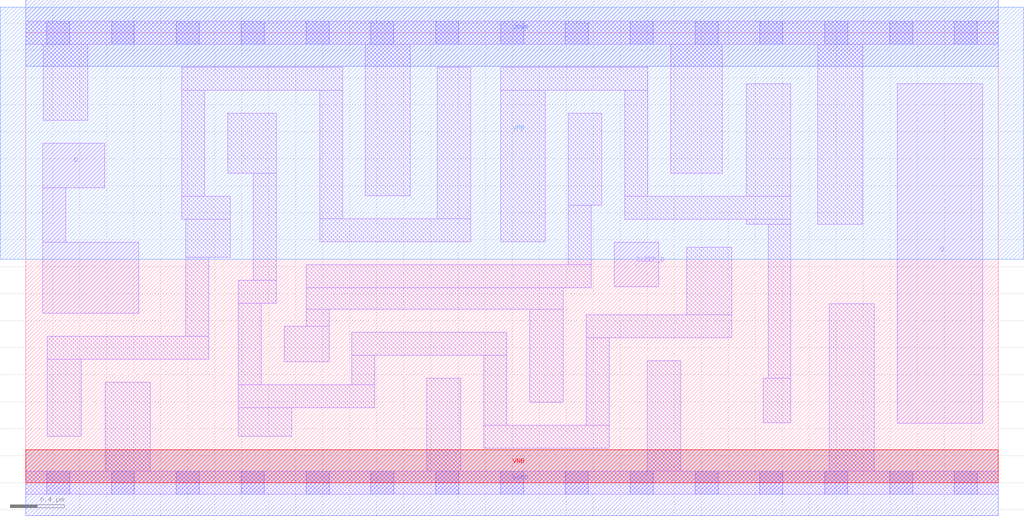
<source format=lef>
# Copyright 2020 The SkyWater PDK Authors
#
# Licensed under the Apache License, Version 2.0 (the "License");
# you may not use this file except in compliance with the License.
# You may obtain a copy of the License at
#
#     https://www.apache.org/licenses/LICENSE-2.0
#
# Unless required by applicable law or agreed to in writing, software
# distributed under the License is distributed on an "AS IS" BASIS,
# WITHOUT WARRANTIES OR CONDITIONS OF ANY KIND, either express or implied.
# See the License for the specific language governing permissions and
# limitations under the License.
#
# SPDX-License-Identifier: Apache-2.0

VERSION 5.7 ;
  NOWIREEXTENSIONATPIN ON ;
  DIVIDERCHAR "/" ;
  BUSBITCHARS "[]" ;
MACRO sky130_fd_sc_lp__inputisolatch_lp
  CLASS CORE ;
  FOREIGN sky130_fd_sc_lp__inputisolatch_lp ;
  ORIGIN  0.000000  0.000000 ;
  SIZE  7.200000 BY  3.330000 ;
  SYMMETRY X Y R90 ;
  SITE unit ;
  PIN D
    ANTENNAGATEAREA  0.126000 ;
    DIRECTION INPUT ;
    USE SIGNAL ;
    PORT
      LAYER li1 ;
        RECT 0.125000 1.255000 0.835000 1.780000 ;
        RECT 0.125000 1.780000 0.295000 2.185000 ;
        RECT 0.125000 2.185000 0.585000 2.515000 ;
    END
  END D
  PIN Q
    ANTENNADIFFAREA  0.459700 ;
    DIRECTION OUTPUT ;
    USE SIGNAL ;
    PORT
      LAYER li1 ;
        RECT 6.450000 0.440000 7.085000 2.955000 ;
    END
  END Q
  PIN SLEEP_B
    ANTENNAGATEAREA  0.222000 ;
    DIRECTION INPUT ;
    USE CLOCK ;
    PORT
      LAYER li1 ;
        RECT 4.355000 1.450000 4.685000 1.780000 ;
    END
  END SLEEP_B
  PIN VGND
    DIRECTION INOUT ;
    USE GROUND ;
    PORT
      LAYER met1 ;
        RECT 0.000000 -0.245000 7.200000 0.245000 ;
    END
  END VGND
  PIN VNB
    DIRECTION INOUT ;
    USE GROUND ;
    PORT
      LAYER pwell ;
        RECT 0.000000 0.000000 7.200000 0.245000 ;
    END
  END VNB
  PIN VPB
    DIRECTION INOUT ;
    USE POWER ;
    PORT
      LAYER nwell ;
        RECT -0.190000 1.655000 7.390000 3.520000 ;
    END
  END VPB
  PIN VPWR
    DIRECTION INOUT ;
    USE POWER ;
    PORT
      LAYER met1 ;
        RECT 0.000000 3.085000 7.200000 3.575000 ;
    END
  END VPWR
  OBS
    LAYER li1 ;
      RECT 0.000000 -0.085000 7.200000 0.085000 ;
      RECT 0.000000  3.245000 7.200000 3.415000 ;
      RECT 0.130000  2.685000 0.460000 3.245000 ;
      RECT 0.160000  0.345000 0.410000 0.915000 ;
      RECT 0.160000  0.915000 1.355000 1.085000 ;
      RECT 0.590000  0.085000 0.920000 0.745000 ;
      RECT 1.155000  1.950000 1.515000 2.120000 ;
      RECT 1.155000  2.120000 1.325000 2.905000 ;
      RECT 1.155000  2.905000 2.345000 3.075000 ;
      RECT 1.185000  1.085000 1.355000 1.670000 ;
      RECT 1.185000  1.670000 1.515000 1.950000 ;
      RECT 1.495000  2.290000 1.855000 2.735000 ;
      RECT 1.575000  0.345000 1.970000 0.555000 ;
      RECT 1.575000  0.555000 2.585000 0.725000 ;
      RECT 1.575000  0.725000 1.745000 1.330000 ;
      RECT 1.575000  1.330000 1.855000 1.500000 ;
      RECT 1.685000  1.500000 1.855000 2.290000 ;
      RECT 1.915000  0.895000 2.245000 1.160000 ;
      RECT 2.075000  1.160000 2.245000 1.285000 ;
      RECT 2.075000  1.285000 3.980000 1.445000 ;
      RECT 2.075000  1.445000 4.185000 1.615000 ;
      RECT 2.175000  1.785000 3.295000 1.955000 ;
      RECT 2.175000  1.955000 2.345000 2.905000 ;
      RECT 2.415000  0.725000 2.585000 0.945000 ;
      RECT 2.415000  0.945000 3.560000 1.115000 ;
      RECT 2.515000  2.125000 2.845000 3.245000 ;
      RECT 2.970000  0.085000 3.220000 0.775000 ;
      RECT 3.045000  1.955000 3.295000 3.075000 ;
      RECT 3.390000  0.255000 4.320000 0.425000 ;
      RECT 3.390000  0.425000 3.560000 0.945000 ;
      RECT 3.515000  1.785000 3.845000 2.905000 ;
      RECT 3.515000  2.905000 4.605000 3.075000 ;
      RECT 3.730000  0.595000 3.980000 1.285000 ;
      RECT 4.015000  1.615000 4.185000 2.055000 ;
      RECT 4.015000  2.055000 4.265000 2.735000 ;
      RECT 4.150000  0.425000 4.320000 1.075000 ;
      RECT 4.150000  1.075000 5.225000 1.245000 ;
      RECT 4.435000  1.950000 5.665000 2.120000 ;
      RECT 4.435000  2.120000 4.605000 2.905000 ;
      RECT 4.600000  0.085000 4.850000 0.905000 ;
      RECT 4.775000  2.290000 5.155000 3.245000 ;
      RECT 4.895000  1.245000 5.225000 1.745000 ;
      RECT 5.335000  1.915000 5.665000 1.950000 ;
      RECT 5.335000  2.120000 5.665000 2.955000 ;
      RECT 5.460000  0.445000 5.665000 0.775000 ;
      RECT 5.495000  0.775000 5.665000 1.915000 ;
      RECT 5.865000  1.915000 6.195000 3.245000 ;
      RECT 5.950000  0.085000 6.280000 1.325000 ;
    LAYER mcon ;
      RECT 0.155000 -0.085000 0.325000 0.085000 ;
      RECT 0.155000  3.245000 0.325000 3.415000 ;
      RECT 0.635000 -0.085000 0.805000 0.085000 ;
      RECT 0.635000  3.245000 0.805000 3.415000 ;
      RECT 1.115000 -0.085000 1.285000 0.085000 ;
      RECT 1.115000  3.245000 1.285000 3.415000 ;
      RECT 1.595000 -0.085000 1.765000 0.085000 ;
      RECT 1.595000  3.245000 1.765000 3.415000 ;
      RECT 2.075000 -0.085000 2.245000 0.085000 ;
      RECT 2.075000  3.245000 2.245000 3.415000 ;
      RECT 2.555000 -0.085000 2.725000 0.085000 ;
      RECT 2.555000  3.245000 2.725000 3.415000 ;
      RECT 3.035000 -0.085000 3.205000 0.085000 ;
      RECT 3.035000  3.245000 3.205000 3.415000 ;
      RECT 3.515000 -0.085000 3.685000 0.085000 ;
      RECT 3.515000  3.245000 3.685000 3.415000 ;
      RECT 3.995000 -0.085000 4.165000 0.085000 ;
      RECT 3.995000  3.245000 4.165000 3.415000 ;
      RECT 4.475000 -0.085000 4.645000 0.085000 ;
      RECT 4.475000  3.245000 4.645000 3.415000 ;
      RECT 4.955000 -0.085000 5.125000 0.085000 ;
      RECT 4.955000  3.245000 5.125000 3.415000 ;
      RECT 5.435000 -0.085000 5.605000 0.085000 ;
      RECT 5.435000  3.245000 5.605000 3.415000 ;
      RECT 5.915000 -0.085000 6.085000 0.085000 ;
      RECT 5.915000  3.245000 6.085000 3.415000 ;
      RECT 6.395000 -0.085000 6.565000 0.085000 ;
      RECT 6.395000  3.245000 6.565000 3.415000 ;
      RECT 6.875000 -0.085000 7.045000 0.085000 ;
      RECT 6.875000  3.245000 7.045000 3.415000 ;
  END
END sky130_fd_sc_lp__inputisolatch_lp
END LIBRARY

</source>
